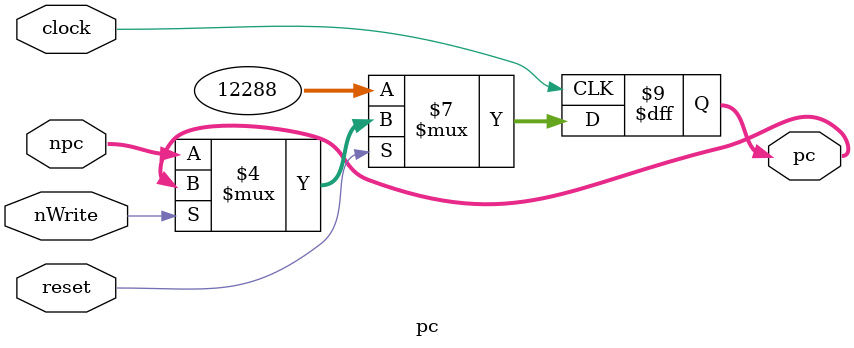
<source format=v>
/** @module pc
 *  @brief 程序计数器
 *  @note clock上升沿有效，reset低电平有效
 *  @note reset有效时，pc同步复位为0x0000_3000
 *  @param pc 当前指令地址
 *  @param clock 输入时钟
 *  @param reset 输入复位信号
 *  @param npc 下一条指令地址
 *  @param nWrite 写入控制，低电平有效
 */

module pc(
    output reg [31:0] pc,
    input clock,
    input reset,
    input [31:0] npc,
    input nWrite);

    always @(posedge clock) begin
        if(!reset)
            pc <= 32'h0000_3000;
        else if(!nWrite)
            pc <= npc;
    end

endmodule
</source>
